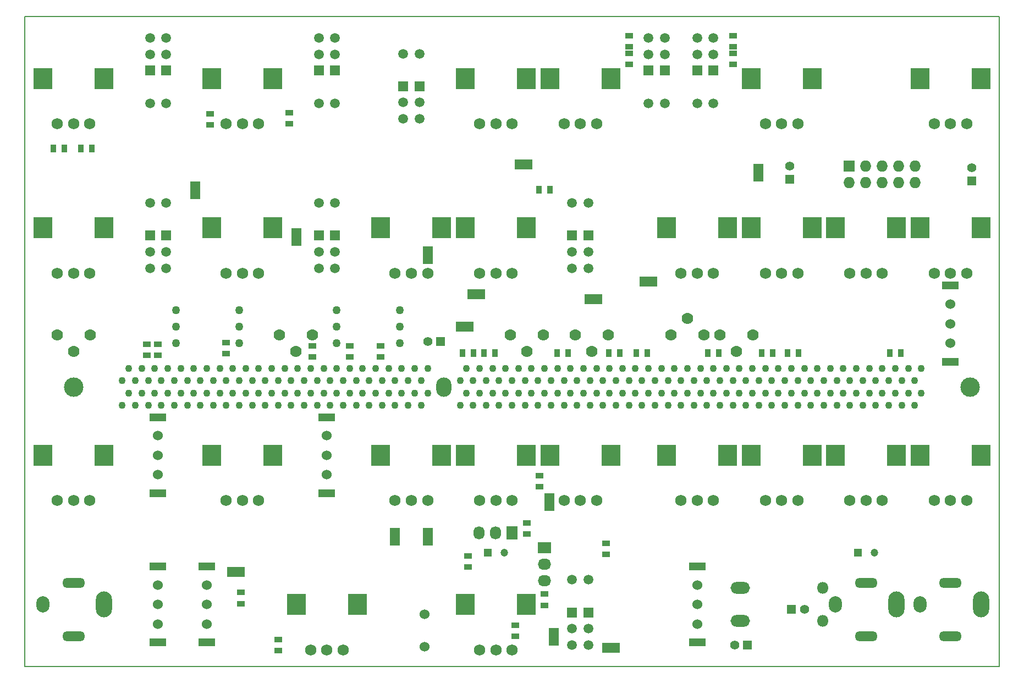
<source format=gts>
G04 #@! TF.FileFunction,Soldermask,Top*
%FSLAX46Y46*%
G04 Gerber Fmt 4.6, Leading zero omitted, Abs format (unit mm)*
G04 Created by KiCad (PCBNEW (2015-11-11 BZR 6310, Git 8f79b4f)-product) date 2016-01-24 6:12:09 PM*
%MOMM*%
G01*
G04 APERTURE LIST*
%ADD10C,0.100000*%
%ADD11C,0.150000*%
%ADD12O,1.800000X1.800000*%
%ADD13O,3.000000X1.800000*%
%ADD14R,1.143000X0.812800*%
%ADD15R,0.812800X1.143000*%
%ADD16R,1.200000X1.200000*%
%ADD17C,1.200000*%
%ADD18R,2.032000X1.727200*%
%ADD19O,2.032000X1.727200*%
%ADD20R,1.727200X2.032000*%
%ADD21O,1.727200X2.032000*%
%ADD22R,1.727200X1.727200*%
%ADD23O,1.727200X1.727200*%
%ADD24O,2.350000X3.000000*%
%ADD25C,1.100000*%
%ADD26C,3.000000*%
%ADD27C,1.524000*%
%ADD28C,1.778000*%
%ADD29C,1.270000*%
%ADD30R,1.500000X1.500000*%
%ADD31C,1.500000*%
%ADD32R,3.000000X3.200000*%
%ADD33C,1.750000*%
%ADD34R,2.500000X1.200000*%
%ADD35O,2.500000X4.000000*%
%ADD36O,2.000000X2.500000*%
%ADD37O,3.500000X1.500000*%
%ADD38R,1.400000X1.400000*%
%ADD39C,1.400000*%
%ADD40R,2.800000X1.600000*%
%ADD41R,1.600000X2.800000*%
G04 APERTURE END LIST*
D10*
D11*
X45000000Y-140000000D02*
X45000000Y-40000000D01*
X195000000Y-140000000D02*
X45000000Y-140000000D01*
X195000000Y-40000000D02*
X195000000Y-140000000D01*
X45000000Y-40000000D02*
X195000000Y-40000000D01*
D12*
X167850000Y-127960000D03*
X167850000Y-133040000D03*
D13*
X155150000Y-127960000D03*
X155150000Y-133040000D03*
D14*
X84000000Y-135899100D03*
X84000000Y-137600900D03*
X78250000Y-128649100D03*
X78250000Y-130350900D03*
X113250000Y-124701800D03*
X113250000Y-123000000D03*
X125000000Y-130600900D03*
X125000000Y-128899100D03*
X63750000Y-92100900D03*
X63750000Y-90399100D03*
X65500000Y-90399100D03*
X65500000Y-92100900D03*
X85700000Y-56450900D03*
X85700000Y-54749100D03*
X120500000Y-133649100D03*
X120500000Y-135350900D03*
X73500000Y-54949100D03*
X73500000Y-56650900D03*
X124250000Y-112350900D03*
X124250000Y-110649100D03*
X122250000Y-117899100D03*
X122250000Y-119600900D03*
X134500000Y-121048200D03*
X134500000Y-122750000D03*
X89250000Y-90649100D03*
X89250000Y-92350900D03*
X76000000Y-90149100D03*
X76000000Y-91850900D03*
D15*
X124149100Y-66600000D03*
X125850900Y-66600000D03*
D14*
X95000000Y-92350900D03*
X95000000Y-90649100D03*
D15*
X115649100Y-91750000D03*
X117350900Y-91750000D03*
X128600900Y-91750000D03*
X126899100Y-91750000D03*
X134899100Y-91750000D03*
X136600900Y-91750000D03*
X140850900Y-91750000D03*
X139149100Y-91750000D03*
X151850900Y-91750000D03*
X150149100Y-91750000D03*
X162399100Y-91750000D03*
X164100900Y-91750000D03*
X160100900Y-91750000D03*
X158399100Y-91750000D03*
D14*
X99750000Y-92350900D03*
X99750000Y-90649100D03*
D15*
X179850900Y-91750000D03*
X178149100Y-91750000D03*
X114100900Y-91750000D03*
X112399100Y-91750000D03*
D16*
X116230000Y-122500000D03*
D17*
X118770000Y-122500000D03*
D16*
X173230000Y-122500000D03*
D17*
X175770000Y-122500000D03*
D18*
X125000000Y-121750000D03*
D19*
X125000000Y-124290000D03*
X125000000Y-126830000D03*
D20*
X120000000Y-119500000D03*
D21*
X117460000Y-119500000D03*
X114920000Y-119500000D03*
D22*
X171880000Y-62960000D03*
D23*
X171880000Y-65500000D03*
X174420000Y-62960000D03*
X174420000Y-65500000D03*
X176960000Y-62960000D03*
X176960000Y-65500000D03*
X179500000Y-62960000D03*
X179500000Y-65500000D03*
X182040000Y-62960000D03*
X182040000Y-65500000D03*
D24*
X109500000Y-97000000D03*
D25*
X112000000Y-96050000D03*
X112000000Y-99850000D03*
X114000000Y-99850000D03*
X116000000Y-99850000D03*
X118000000Y-99850000D03*
X120000000Y-99850000D03*
X122000000Y-99850000D03*
X114000000Y-96050000D03*
X116000000Y-96050000D03*
X118000000Y-96050000D03*
X120000000Y-96050000D03*
X122000000Y-96050000D03*
X124000000Y-99850000D03*
X124000000Y-96050000D03*
X126000000Y-99850000D03*
X126000000Y-96050000D03*
X128000000Y-99850000D03*
X128000000Y-96050000D03*
X130000000Y-99850000D03*
X130000000Y-96050000D03*
X132000000Y-99850000D03*
X132000000Y-96050000D03*
X152000000Y-99850000D03*
X150000000Y-96050000D03*
X148000000Y-99850000D03*
X148000000Y-96050000D03*
X150000000Y-99850000D03*
X152000000Y-96050000D03*
X134000000Y-99850000D03*
X138000000Y-99850000D03*
X134000000Y-96050000D03*
X136000000Y-96050000D03*
X136000000Y-99850000D03*
X138000000Y-96050000D03*
X140000000Y-96050000D03*
X142000000Y-96050000D03*
X144000000Y-99850000D03*
X146000000Y-99850000D03*
X142000000Y-99850000D03*
X140000000Y-99850000D03*
X144000000Y-96050000D03*
X146000000Y-96050000D03*
X172000000Y-99850000D03*
X170000000Y-99850000D03*
X170000000Y-96050000D03*
X166000000Y-96050000D03*
X168000000Y-99850000D03*
X168000000Y-96050000D03*
X166000000Y-99850000D03*
X172000000Y-96050000D03*
X178000000Y-96050000D03*
X176000000Y-96050000D03*
X176000000Y-99850000D03*
X174000000Y-96050000D03*
X178000000Y-99850000D03*
X174000000Y-99850000D03*
X180000000Y-99850000D03*
X180000000Y-96050000D03*
X156000000Y-99850000D03*
X158000000Y-99850000D03*
X154000000Y-96050000D03*
X154000000Y-99850000D03*
X158000000Y-96050000D03*
X156000000Y-96050000D03*
X162000000Y-99850000D03*
X164000000Y-96050000D03*
X164000000Y-99850000D03*
X162000000Y-96050000D03*
X160000000Y-96050000D03*
X160000000Y-99850000D03*
X182000000Y-96050000D03*
X165000000Y-94150000D03*
X167000000Y-94150000D03*
X169000000Y-94150000D03*
X163000000Y-94150000D03*
X175000000Y-94150000D03*
X171000000Y-94150000D03*
X173000000Y-94150000D03*
X181000000Y-94150000D03*
X179000000Y-94150000D03*
X177000000Y-94150000D03*
X183000000Y-94150000D03*
X159000000Y-94150000D03*
X155000000Y-94150000D03*
X157000000Y-94150000D03*
X161000000Y-94150000D03*
X129000000Y-94150000D03*
X127000000Y-94150000D03*
X131000000Y-94150000D03*
X133000000Y-94150000D03*
X135000000Y-94150000D03*
X149000000Y-94150000D03*
X151000000Y-94150000D03*
X153000000Y-94150000D03*
X145000000Y-94150000D03*
X143000000Y-94150000D03*
X147000000Y-94150000D03*
X141000000Y-94150000D03*
X137000000Y-94150000D03*
X139000000Y-94150000D03*
X113000000Y-94150000D03*
X121000000Y-94150000D03*
X123000000Y-94150000D03*
X119000000Y-94150000D03*
X125000000Y-94150000D03*
X115000000Y-94150000D03*
X117000000Y-94150000D03*
X182000000Y-99850000D03*
X121000000Y-97950000D03*
X113000000Y-97950000D03*
X115000000Y-97950000D03*
X117000000Y-97950000D03*
X119000000Y-97950000D03*
X123000000Y-97950000D03*
X125000000Y-97950000D03*
X127000000Y-97950000D03*
X129000000Y-97950000D03*
X131000000Y-97950000D03*
X133000000Y-97950000D03*
X137000000Y-97950000D03*
X135000000Y-97950000D03*
X147000000Y-97950000D03*
X149000000Y-97950000D03*
X139000000Y-97950000D03*
X143000000Y-97950000D03*
X145000000Y-97950000D03*
X141000000Y-97950000D03*
X151000000Y-97950000D03*
X157000000Y-97950000D03*
X159000000Y-97950000D03*
X153000000Y-97950000D03*
X155000000Y-97950000D03*
X173000000Y-97950000D03*
X171000000Y-97950000D03*
X169000000Y-97950000D03*
X175000000Y-97950000D03*
X177000000Y-97950000D03*
X179000000Y-97950000D03*
X181000000Y-97950000D03*
X183000000Y-97950000D03*
X165000000Y-97950000D03*
X167000000Y-97950000D03*
X163000000Y-97950000D03*
X161000000Y-97950000D03*
X73000000Y-97950000D03*
X72000000Y-99850000D03*
X70000000Y-99850000D03*
X71000000Y-97950000D03*
X69000000Y-97950000D03*
X75000000Y-97950000D03*
X74000000Y-99850000D03*
X76000000Y-99850000D03*
X78000000Y-99850000D03*
X77000000Y-97950000D03*
X74000000Y-96050000D03*
X76000000Y-96050000D03*
X75000000Y-94150000D03*
X77000000Y-94150000D03*
X68000000Y-96050000D03*
X82000000Y-96050000D03*
X80000000Y-96050000D03*
X79000000Y-94150000D03*
X81000000Y-94150000D03*
X78000000Y-96050000D03*
X68000000Y-99850000D03*
X72000000Y-96050000D03*
X70000000Y-96050000D03*
X69000000Y-94150000D03*
X73000000Y-94150000D03*
X71000000Y-94150000D03*
X81000000Y-97950000D03*
X80000000Y-99850000D03*
X82000000Y-99850000D03*
X79000000Y-97950000D03*
X96000000Y-99850000D03*
X100000000Y-99850000D03*
X98000000Y-99850000D03*
X97000000Y-97950000D03*
X99000000Y-97950000D03*
X101000000Y-97950000D03*
X102000000Y-99850000D03*
X104000000Y-99850000D03*
X103000000Y-97950000D03*
X105000000Y-97950000D03*
X106000000Y-99850000D03*
X107000000Y-97950000D03*
X107000000Y-94150000D03*
X104000000Y-96050000D03*
X106000000Y-96050000D03*
X105000000Y-94150000D03*
X103000000Y-94150000D03*
X101000000Y-94150000D03*
X102000000Y-96050000D03*
X96000000Y-96050000D03*
X100000000Y-96050000D03*
X98000000Y-96050000D03*
X99000000Y-94150000D03*
X97000000Y-94150000D03*
X95000000Y-97950000D03*
X95000000Y-94150000D03*
X94000000Y-99850000D03*
X92000000Y-99850000D03*
X94000000Y-96050000D03*
X93000000Y-97950000D03*
X90000000Y-99850000D03*
X91000000Y-97950000D03*
X83000000Y-97950000D03*
X86000000Y-99850000D03*
X87000000Y-97950000D03*
X89000000Y-97950000D03*
X88000000Y-99850000D03*
X84000000Y-99850000D03*
X85000000Y-97950000D03*
X92000000Y-96050000D03*
X90000000Y-96050000D03*
X89000000Y-94150000D03*
X91000000Y-94150000D03*
X93000000Y-94150000D03*
X84000000Y-96050000D03*
X88000000Y-96050000D03*
X83000000Y-94150000D03*
X86000000Y-96050000D03*
X87000000Y-94150000D03*
X85000000Y-94150000D03*
X60000000Y-99850000D03*
X61000000Y-97950000D03*
X62000000Y-99850000D03*
X64000000Y-99850000D03*
X63000000Y-97950000D03*
X65000000Y-97950000D03*
X66000000Y-99850000D03*
X67000000Y-97950000D03*
X67000000Y-94150000D03*
X64000000Y-96050000D03*
X66000000Y-96050000D03*
X65000000Y-94150000D03*
X63000000Y-94150000D03*
X61000000Y-94150000D03*
X62000000Y-96050000D03*
X60000000Y-96050000D03*
D26*
X52500000Y-97000000D03*
X190500000Y-97000000D03*
D14*
X154000000Y-42899100D03*
X154000000Y-44600900D03*
X154000000Y-45649100D03*
X154000000Y-47350900D03*
D27*
X106500000Y-137000000D03*
X106500000Y-132000000D03*
D28*
X119710000Y-89000000D03*
X122250000Y-91540000D03*
X124790000Y-89000000D03*
X84210000Y-89000000D03*
X86750000Y-91540000D03*
X89290000Y-89000000D03*
X49960000Y-89000000D03*
X52500000Y-91540000D03*
X55040000Y-89000000D03*
X151960000Y-89000000D03*
X154500000Y-91540000D03*
X157040000Y-89000000D03*
X149540000Y-89000000D03*
X147000000Y-86460000D03*
X144460000Y-89000000D03*
X129710000Y-89000000D03*
X132250000Y-91540000D03*
X134790000Y-89000000D03*
D29*
X68250000Y-87750000D03*
X68250000Y-90290000D03*
X68250000Y-85210000D03*
X78000000Y-87750000D03*
X78000000Y-90290000D03*
X78000000Y-85210000D03*
X93000000Y-87750000D03*
X93000000Y-90290000D03*
X93000000Y-85210000D03*
X102750000Y-87750000D03*
X102750000Y-90290000D03*
X102750000Y-85210000D03*
D30*
X64250000Y-73700000D03*
X66750000Y-73700000D03*
D31*
X64250000Y-76200000D03*
X66750000Y-76200000D03*
X64250000Y-78700000D03*
X66750000Y-78700000D03*
X66750000Y-68700000D03*
X64250000Y-68700000D03*
D30*
X90250000Y-73700000D03*
X92750000Y-73700000D03*
D31*
X90250000Y-76200000D03*
X92750000Y-76200000D03*
X90250000Y-78700000D03*
X92750000Y-78700000D03*
X92750000Y-68700000D03*
X90250000Y-68700000D03*
D30*
X151000000Y-48300000D03*
X148500000Y-48300000D03*
D31*
X151000000Y-45800000D03*
X148500000Y-45800000D03*
X151000000Y-43300000D03*
X148500000Y-43300000D03*
X148500000Y-53300000D03*
X151000000Y-53300000D03*
D30*
X129250000Y-73700000D03*
X131750000Y-73700000D03*
D31*
X129250000Y-76200000D03*
X131750000Y-76200000D03*
X129250000Y-78700000D03*
X131750000Y-78700000D03*
X131750000Y-68700000D03*
X129250000Y-68700000D03*
D30*
X129250000Y-131700000D03*
X131750000Y-131700000D03*
D31*
X129250000Y-134200000D03*
X131750000Y-134200000D03*
X129250000Y-136700000D03*
X131750000Y-136700000D03*
X131750000Y-126700000D03*
X129250000Y-126700000D03*
D30*
X92750000Y-48300000D03*
X90250000Y-48300000D03*
D31*
X92750000Y-45800000D03*
X90250000Y-45800000D03*
X92750000Y-43300000D03*
X90250000Y-43300000D03*
X90250000Y-53300000D03*
X92750000Y-53300000D03*
D30*
X66750000Y-48300000D03*
X64250000Y-48300000D03*
D31*
X66750000Y-45800000D03*
X64250000Y-45800000D03*
X66750000Y-43300000D03*
X64250000Y-43300000D03*
X64250000Y-53300000D03*
X66750000Y-53300000D03*
D30*
X103250000Y-50700000D03*
X105750000Y-50700000D03*
D31*
X103250000Y-53200000D03*
X105750000Y-53200000D03*
X103250000Y-55700000D03*
X105750000Y-55700000D03*
X105750000Y-45700000D03*
X103250000Y-45700000D03*
D32*
X47800000Y-49500000D03*
D33*
X55000000Y-56500000D03*
X52500000Y-56500000D03*
X50000000Y-56500000D03*
D32*
X57200000Y-49500000D03*
X73800000Y-49500000D03*
D33*
X81000000Y-56500000D03*
X78500000Y-56500000D03*
X76000000Y-56500000D03*
D32*
X83200000Y-49500000D03*
X73800000Y-107500000D03*
D33*
X81000000Y-114500000D03*
X78500000Y-114500000D03*
X76000000Y-114500000D03*
D32*
X83200000Y-107500000D03*
X47800000Y-107500000D03*
D33*
X55000000Y-114500000D03*
X52500000Y-114500000D03*
X50000000Y-114500000D03*
D32*
X57200000Y-107500000D03*
X99800000Y-107500000D03*
D33*
X107000000Y-114500000D03*
X104500000Y-114500000D03*
X102000000Y-114500000D03*
D32*
X109200000Y-107500000D03*
X86800000Y-130500000D03*
D33*
X94000000Y-137500000D03*
X91500000Y-137500000D03*
X89000000Y-137500000D03*
D32*
X96200000Y-130500000D03*
X143800000Y-107500000D03*
D33*
X151000000Y-114500000D03*
X148500000Y-114500000D03*
X146000000Y-114500000D03*
D32*
X153200000Y-107500000D03*
X143800000Y-72500000D03*
D33*
X151000000Y-79500000D03*
X148500000Y-79500000D03*
X146000000Y-79500000D03*
D32*
X153200000Y-72500000D03*
X156800000Y-107500000D03*
D33*
X164000000Y-114500000D03*
X161500000Y-114500000D03*
X159000000Y-114500000D03*
D32*
X166200000Y-107500000D03*
X156800000Y-72500000D03*
D33*
X164000000Y-79500000D03*
X161500000Y-79500000D03*
X159000000Y-79500000D03*
D32*
X166200000Y-72500000D03*
X169800000Y-107500000D03*
D33*
X177000000Y-114500000D03*
X174500000Y-114500000D03*
X172000000Y-114500000D03*
D32*
X179200000Y-107500000D03*
X169800000Y-72500000D03*
D33*
X177000000Y-79500000D03*
X174500000Y-79500000D03*
X172000000Y-79500000D03*
D32*
X179200000Y-72500000D03*
X182800000Y-107500000D03*
D33*
X190000000Y-114500000D03*
X187500000Y-114500000D03*
X185000000Y-114500000D03*
D32*
X192200000Y-107500000D03*
X182800000Y-72500000D03*
D33*
X190000000Y-79500000D03*
X187500000Y-79500000D03*
X185000000Y-79500000D03*
D32*
X192200000Y-72500000D03*
X112800000Y-130500000D03*
D33*
X120000000Y-137500000D03*
X117500000Y-137500000D03*
X115000000Y-137500000D03*
D32*
X122200000Y-130500000D03*
X182800000Y-49500000D03*
D33*
X190000000Y-56500000D03*
X187500000Y-56500000D03*
X185000000Y-56500000D03*
D32*
X192200000Y-49500000D03*
X125800000Y-49500000D03*
D33*
X133000000Y-56500000D03*
X130500000Y-56500000D03*
X128000000Y-56500000D03*
D32*
X135200000Y-49500000D03*
X112800000Y-49500000D03*
D33*
X120000000Y-56500000D03*
X117500000Y-56500000D03*
X115000000Y-56500000D03*
D32*
X122200000Y-49500000D03*
X156800000Y-49500000D03*
D33*
X164000000Y-56500000D03*
X161500000Y-56500000D03*
X159000000Y-56500000D03*
D32*
X166200000Y-49500000D03*
X125800000Y-107500000D03*
D33*
X133000000Y-114500000D03*
X130500000Y-114500000D03*
X128000000Y-114500000D03*
D32*
X135200000Y-107500000D03*
X112800000Y-107500000D03*
D33*
X120000000Y-114500000D03*
X117500000Y-114500000D03*
X115000000Y-114500000D03*
D32*
X122200000Y-107500000D03*
X73800000Y-72500000D03*
D33*
X81000000Y-79500000D03*
X78500000Y-79500000D03*
X76000000Y-79500000D03*
D32*
X83200000Y-72500000D03*
X99800000Y-72500000D03*
D33*
X107000000Y-79500000D03*
X104500000Y-79500000D03*
X102000000Y-79500000D03*
D32*
X109200000Y-72500000D03*
X112800000Y-72500000D03*
D33*
X120000000Y-79500000D03*
X117500000Y-79500000D03*
X115000000Y-79500000D03*
D32*
X122200000Y-72500000D03*
X47800000Y-72500000D03*
D33*
X55000000Y-79500000D03*
X52500000Y-79500000D03*
X50000000Y-79500000D03*
D32*
X57200000Y-72500000D03*
D27*
X65500000Y-104500000D03*
X65500000Y-107500000D03*
X65500000Y-110500000D03*
D34*
X65500000Y-101650000D03*
X65500000Y-113350000D03*
D27*
X91500000Y-104500000D03*
X91500000Y-107500000D03*
X91500000Y-110500000D03*
D34*
X91500000Y-101650000D03*
X91500000Y-113350000D03*
D27*
X73000000Y-127500000D03*
X73000000Y-130500000D03*
X73000000Y-133500000D03*
D34*
X73000000Y-124650000D03*
X73000000Y-136350000D03*
D27*
X65500000Y-127500000D03*
X65500000Y-130500000D03*
X65500000Y-133500000D03*
D34*
X65500000Y-124650000D03*
X65500000Y-136350000D03*
D27*
X187500000Y-84250000D03*
X187500000Y-87250000D03*
X187500000Y-90250000D03*
D34*
X187500000Y-81400000D03*
X187500000Y-93100000D03*
D27*
X148500000Y-127500000D03*
X148500000Y-130500000D03*
X148500000Y-133500000D03*
D34*
X148500000Y-124650000D03*
X148500000Y-136350000D03*
D35*
X192200000Y-130500000D03*
D36*
X182800000Y-130500000D03*
D37*
X187500000Y-135400000D03*
X187500000Y-127200000D03*
D35*
X179200000Y-130500000D03*
D36*
X169800000Y-130500000D03*
D37*
X174500000Y-135400000D03*
X174500000Y-127200000D03*
D35*
X57200000Y-130500000D03*
D36*
X47800000Y-130500000D03*
D37*
X52500000Y-135400000D03*
X52500000Y-127200000D03*
D38*
X163000000Y-131250000D03*
D39*
X165000000Y-131250000D03*
D38*
X156250000Y-136750000D03*
D39*
X154250000Y-136750000D03*
D38*
X190750000Y-65250000D03*
D39*
X190750000Y-63250000D03*
D38*
X162750000Y-65000000D03*
D39*
X162750000Y-63000000D03*
D38*
X109000000Y-90000000D03*
D39*
X107000000Y-90000000D03*
D40*
X77500000Y-125500000D03*
D41*
X107000000Y-76750000D03*
X125750000Y-114750000D03*
D40*
X114500000Y-82750000D03*
X112750000Y-87750000D03*
D41*
X107000000Y-120100000D03*
X86800000Y-73900000D03*
D40*
X121750000Y-62750000D03*
D41*
X71250000Y-66750000D03*
D40*
X141000000Y-80800000D03*
X132500000Y-83500000D03*
D41*
X126400000Y-135500000D03*
D40*
X135200000Y-137200000D03*
D41*
X102000000Y-120100000D03*
X157900000Y-64000000D03*
D15*
X53649100Y-60300000D03*
X55350900Y-60300000D03*
X49349100Y-60300000D03*
X51050900Y-60300000D03*
D14*
X138000000Y-42899100D03*
X138000000Y-44600900D03*
X138000000Y-45649100D03*
X138000000Y-47350900D03*
D30*
X143500000Y-48300000D03*
X141000000Y-48300000D03*
D31*
X143500000Y-45800000D03*
X141000000Y-45800000D03*
X143500000Y-43300000D03*
X141000000Y-43300000D03*
X141000000Y-53300000D03*
X143500000Y-53300000D03*
M02*

</source>
